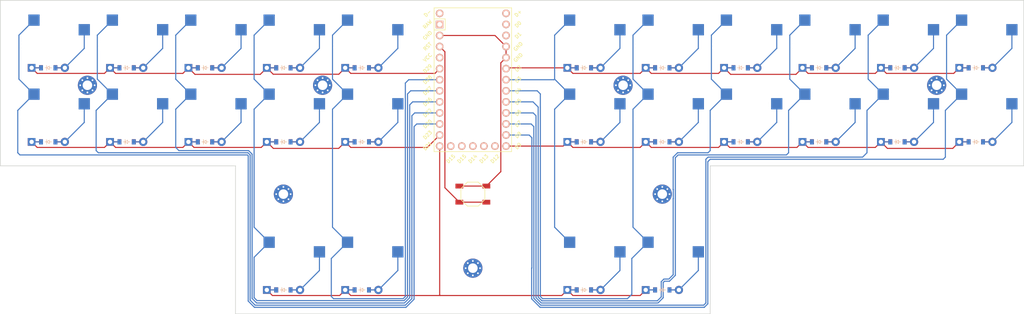
<source format=kicad_pcb>
(kicad_pcb (version 20241229) (generator "pcbnew") (generator_version "9.0")
  (title_block (title "pcb") (rev "v1.0.0") (company "Unknown"))
  (layers (0 "F.Cu" signal) (2 "B.Cu" signal) (13 "F.Paste" user) (15 "B.Paste" user) (5 "F.SilkS" user "F.Silkscreen") (7 "B.SilkS" user "B.Silkscreen") (1 "F.Mask" user) (3 "B.Mask" user) (25 "Edge.Cuts" user))
  (net 0 "")
  (net 1 "D20")
  (net 2 "pinky_lbottom")
  (net 3 "pinky_ltop")
  (net 4 "D22")
  (net 5 "ring_lbottom")
  (net 6 "ring_ltop")
  (net 7 "D26")
  (net 8 "middle_lbottom")
  (net 9 "middle_ltop")
  (net 10 "D27")
  (net 11 "index_lbottom")
  (net 12 "index_ltop")
  (net 13 "D28")
  (net 14 "inner_lbottom")
  (net 15 "inner_ltop")
  (net 16 "D3")
  (net 17 "inner_rbottom")
  (net 18 "inner_rtop")
  (net 19 "D4")
  (net 20 "index_rbottom")
  (net 21 "index_rtop")
  (net 22 "D5")
  (net 23 "middle_rbottom")
  (net 24 "middle_rtop")
  (net 25 "D6")
  (net 26 "ring_rbottom")
  (net 27 "ring_rtop")
  (net 28 "D7")
  (net 29 "pinky_rbottom")
  (net 30 "pinky_rtop")
  (net 31 "D8")
  (net 32 "outer_rbottom")
  (net 33 "outer_rtop")
  (net 34 "outer_lttop")
  (net 35 "inner_lttop")
  (net 36 "inner_rttop")
  (net 37 "outer_rttop")
  (net 38 "D23")
  (net 39 "D29")
  (net 40 "D9")
  (net 41 "D2")
  (net 42 "D21")
  (net 43 "Dm")
  (net 44 "RAW")
  (net 45 "GND")
  (net 46 "RST")
  (net 47 "VCC")
  (net 48 "D12")
  (net 49 "D13")
  (net 50 "D14")
  (net 51 "D15")
  (net 52 "D16")
  (net 53 "Dp")
  (net 54 "D0")
  (net 55 "D1")
  (footprint "E73:SW_TACT_ALPS_SKQGABE010" (layer "F.Cu") (at 197.5 117)
    (property "Reference" "B1" (hide yes))
    (property "Value" "" (hide yes))
  )
  (footprint "ComboDiode" (layer "F.Cu") (at 241 105)
    (property "Reference" "D13" (hide yes))
    (property "Value" "" (hide yes))
  )
  (footprint "ComboDiode" (layer "F.Cu") (at 241 88)
    (property "Reference" "D14" (hide yes))
    (property "Value" "" (hide yes))
  )
  (footprint "PG1350" (layer "F.Cu") (at 295 83)
    (property "Reference" "S20" (hide yes))
    (property "Value" "" (hide yes))
  )
  (footprint "PG1350" (layer "F.Cu") (at 241 83)
    (property "Reference" "S14" (hide yes))
    (property "Value" "" (hide yes))
  )
  (footprint "ComboDiode" (layer "F.Cu") (at 136 105)
    (property "Reference" "D5" (hide yes))
    (property "Value" "" (hide yes))
  )
  (footprint "ComboDiode" (layer "F.Cu") (at 172 139)
    (property "Reference" "D24" (hide yes))
    (property "Value" "" (hide yes))
  )
  (footprint "MountingHole_2.2mm_M2_Pad_Via" (layer "F.Cu") (at 154 117)
    (property "Reference" "_5" (hide yes))
    (property "Value" "")
  )
  (footprint "ComboDiode" (layer "F.Cu") (at 277 105)
    (property "Reference" "D17" (hide yes))
    (property "Value" "" (hide yes))
  )
  (footprint "PG1350" (layer "F.Cu") (at 172 100)
    (property "Reference" "S9" (hide yes))
    (property "Value" "" (hide yes))
  )
  (footprint "ComboDiode" (layer "F.Cu") (at 100 105)
    (property "Reference" "D1" (hide yes))
    (property "Value" "" (hide yes))
  )
  (footprint "PG1350" (layer "F.Cu") (at 154 83)
    (property "Reference" "S8" (hide yes))
    (property "Value" "" (hide yes))
  )
  (footprint "ComboDiode" (layer "F.Cu") (at 259 88)
    (property "Reference" "D16" (hide yes))
    (property "Value" "" (hide yes))
  )
  (footprint "ComboDiode" (layer "F.Cu") (at 313 88)
    (property "Reference" "D22" (hide yes))
    (property "Value" "" (hide yes))
  )
  (footprint "ComboDiode" (layer "F.Cu") (at 295 105)
    (property "Reference" "D19" (hide yes))
    (property "Value" "" (hide yes))
  )
  (footprint "ComboDiode" (layer "F.Cu") (at 100 88)
    (property "Reference" "D2" (hide yes))
    (property "Value" "" (hide yes))
  )
  (footprint "ComboDiode" (layer "F.Cu") (at 172 105)
    (property "Reference" "D9" (hide yes))
    (property "Value" "" (hide yes))
  )
  (footprint "ComboDiode" (layer "F.Cu") (at 295 88)
    (property "Reference" "D20" (hide yes))
    (property "Value" "" (hide yes))
  )
  (footprint "PG1350" (layer "F.Cu") (at 172 83)
    (property "Reference" "S10" (hide yes))
    (property "Value" "" (hide yes))
  )
  (footprint "ComboDiode" (layer "F.Cu") (at 118 105)
    (property "Reference" "D3" (hide yes))
    (property "Value" "" (hide yes))
  )
  (footprint "ComboDiode" (layer "F.Cu") (at 241 139)
    (property "Reference" "D26" (hide yes))
    (property "Value" "" (hide yes))
  )
  (footprint "ComboDiode" (layer "F.Cu") (at 313 105)
    (property "Reference" "D21" (hide yes))
    (property "Value" "" (hide yes))
  )
  (footprint "PG1350" (layer "F.Cu") (at 136 83)
    (property "Reference" "S6" (hide yes))
    (property "Value" "" (hide yes))
  )
  (footprint "ProMicro" (layer "F.Cu") (at 197.5 92 -90)
    (property "Reference" "MCU1" (hide yes))
    (property "Value" "" (hide yes))
  )
  (footprint "ComboDiode" (layer "F.Cu") (at 223 88)
    (property "Reference" "D12" (hide yes))
    (property "Value" "" (hide yes))
  )
  (footprint "ComboDiode" (layer "F.Cu") (at 223 105)
    (property "Reference" "D11" (hide yes))
    (property "Value" "" (hide yes))
  )
  (footprint "PG1350" (layer "F.Cu") (at 313 83)
    (property "Reference" "S22" (hide yes))
    (property "Value" "" (hide yes))
  )
  (footprint "PG1350" (layer "F.Cu") (at 118 83)
    (property "Reference" "S4" (hide yes))
    (property "Value" "" (hide yes))
  )
  (footprint "PG1350" (layer "F.Cu") (at 118 100)
    (property "Reference" "S3" (hide yes))
    (property "Value" "" (hide yes))
  )
  (footprint "ComboDiode" (layer "F.Cu") (at 259 105)
    (property "Reference" "D15" (hide yes))
    (property "Value" "" (hide yes))
  )
  (footprint "ComboDiode" (layer "F.Cu") (at 154 105)
    (property "Reference" "D7" (hide yes))
    (property "Value" "" (hide yes))
  )
  (footprint "PG1350" (layer "F.Cu") (at 154 134)
    (property "Reference" "S23" (hide yes))
    (property "Value" "" (hide yes))
  )
  (footprint "PG1350" (layer "F.Cu") (at 136 100)
    (property "Reference" "S5" (hide yes))
    (property "Value" "" (hide yes))
  )
  (footprint "PG1350" (layer "F.Cu") (at 172 134)
    (property "Reference" "S24" (hide yes))
    (property "Value" "" (hide yes))
  )
  (footprint "PG1350" (layer "F.Cu") (at 313 100)
    (property "Reference" "S21" (hide yes))
    (property "Value" "" (hide yes))
  )
  (footprint "PG1350" (layer "F.Cu") (at 100 100)
    (property "Reference" "S1" (hide yes))
    (property "Value" "" (hide yes))
  )
  (footprint "PG1350" (layer "F.Cu") (at 277 100)
    (property "Reference" "S17" (hide yes))
    (property "Value" "" (hide yes))
  )
  (footprint "PG1350" (layer "F.Cu") (at 154 100)
    (property "Reference" "S7" (hide yes))
    (property "Value" "" (hide yes))
  )
  (footprint "ComboDiode" (layer "F.Cu") (at 223 139)
    (property "Reference" "D25" (hide yes))
    (property "Value" "" (hide yes))
  )
  (footprint "MountingHole_2.2mm_M2_Pad_Via" (layer "F.Cu") (at 109 92)
    (property "Reference" "_1" (hide yes))
    (property "Value" "")
  )
  (footprint "PG1350" (layer "F.Cu") (at 223 83)
    (property "Reference" "S12" (hide yes))
    (property "Value" "" (hide yes))
  )
  (footprint "MountingHole_2.2mm_M2_Pad_Via" (layer "F.Cu") (at 241 117)
    (property "Reference" "_6" (hide yes))
    (property "Value" "")
  )
  (footprint "PG1350" (layer "F.Cu") (at 241 134)
    (property "Reference" "S26" (hide yes))
    (property "Value" "" (hide yes))
  )
  (footprint "PG1350" (layer "F.Cu") (at 295 100)
    (property "Reference" "S19" (hide yes))
    (property "Value" "" (hide yes))
  )
  (footprint "ComboDiode" (layer "F.Cu") (at 136 88)
    (property "Reference" "D6" (hide yes))
    (property "Value" "" (hide yes))
  )
  (footprint "ComboDiode" (layer "F.Cu") (at 118 88)
    (property "Reference" "D4" (hide yes))
    (property "Value" "" (hide yes))
  )
  (footprint "ComboDiode" (layer "F.Cu") (at 277 88)
    (property "Reference" "D18" (hide yes))
    (property "Value" "" (hide yes))
  )
  (footprint "PG1350" (layer "F.Cu") (at 259 100)
    (property "Reference" "S15" (hide yes))
    (property "Value" "" (hide yes))
  )
  (footprint "PG1350" (layer "F.Cu") (at 241 100)
    (property "Reference" "S13" (hide yes))
    (property "Value" "" (hide yes))
  )
  (footprint "PG1350" (layer "F.Cu") (at 277 83)
    (property "Reference" "S18" (hide yes))
    (property "Value" "" (hide yes))
  )
  (footprint "ComboDiode" (layer "F.Cu") (at 172 88)
    (property "Reference" "D10" (hide yes))
    (property "Value" "" (hide yes))
  )
  (footprint "PG1350" (layer "F.Cu") (at 259 83)
    (property "Reference" "S16" (hide yes))
    (property "Value" "" (hide yes))
  )
  (footprint "ComboDiode" (layer "F.Cu") (at 154 139)
    (property "Reference" "D23" (hide yes))
    (property "Value" "" (hide yes))
  )
  (footprint "PG1350" (layer "F.Cu") (at 223 134)
    (property "Reference" "S25" (hide yes))
    (property "Value" "" (hide yes))
  )
  (footprint "MountingHole_2.2mm_M2_Pad_Via" (layer "F.Cu") (at 304 92)
    (property "Reference" "_4" (hide yes))
    (property "Value" "")
  )
  (footprint "PG1350" (layer "F.Cu") (at 223 100)
    (property "Reference" "S11" (hide yes))
    (property "Value" "" (hide yes))
  )
  (footprint "MountingHole_2.2mm_M2_Pad_Via" (layer "F.Cu") (at 232 92)
    (property "Reference" "_3" (hide yes))
    (property "Value" "")
  )
  (footprint "PG1350" (layer "F.Cu") (at 100 83)
    (property "Reference" "S2" (hide yes))
    (property "Value" "" (hide yes))
  )
  (footprint "ComboDiode" (layer "F.Cu") (at 154 88)
    (property "Reference" "D8" (hide yes))
    (property "Value" "" (hide yes))
  )
  (footprint "MountingHole_2.2mm_M2_Pad_Via" (layer "F.Cu") (at 197.5 134)
    (property "Reference" "_7" (hide yes))
    (property "Value" "")
  )
  (footprint "MountingHole_2.2mm_M2_Pad_Via" (layer "F.Cu") (at 163 92)
    (property "Reference" "_2" (hide yes))
    (property "Value" "")
  )
  (gr_line (start 89 110.5) (end 89 72.5) (stroke (width 0.15)) (layer "Edge.Cuts"))
  (gr_line (start 324 72.5) (end 324 110.5) (stroke (width 0.15)) (layer "Edge.Cuts"))
  (gr_line (start 143 144.5) (end 143 110.5) (stroke (width 0.15)) (layer "Edge.Cuts"))
  (gr_line (start 89 72.5) (end 324 72.5) (stroke (width 0.15)) (layer "Edge.Cuts"))
  (gr_line (start 143 110.5) (end 89 110.5) (stroke (width 0.15)) (layer "Edge.Cuts"))
  (gr_line (start 252 110.5) (end 252 144.5) (stroke (width 0.15)) (layer "Edge.Cuts"))
  (gr_line (start 252 144.5) (end 143 144.5) (stroke (width 0.15)) (layer "Edge.Cuts"))
  (gr_line (start 324 110.5) (end 252 110.5) (stroke (width 0.15)) (layer "Edge.Cuts"))
  (segment (start 145.9201 108.19572) (end 145.9201 141.55791) (width 0.25) (layer "B.Cu") (net 1))
  (segment (start 96.725 94.05) (end 93.2731 90.5981) (width 0.25) (layer "B.Cu") (net 1))
  (segment (start 145.72438 108) (end 145.9201 108.19572) (width 0.25) (layer "B.Cu") (net 1))
  (segment (start 182.13781 143) (end 184 141.13781) (width 0.25) (layer "B.Cu") (net 1))
  (segment (start 93.5 108) (end 145.72438 108) (width 0.25) (layer "B.Cu") (net 1))
  (segment (start 145.9201 141.55791) (end 147.36219 143) (width 0.25) (layer "B.Cu") (net 1))
  (segment (start 96.725 94.05) (end 93 97.775) (width 0.25) (layer "B.Cu") (net 1))
  (segment (start 147.36219 143) (end 182.13781 143) (width 0.25) (layer "B.Cu") (net 1))
  (segment (start 93 107.5) (end 93.5 108) (width 0.25) (layer "B.Cu") (net 1))
  (segment (start 93 97.775) (end 93 107.5) (width 0.25) (layer "B.Cu") (net 1))
  (segment (start 93.2731 90.5981) (end 93.2731 80.5019) (width 0.25) (layer "B.Cu") (net 1))
  (segment (start 184 101.5) (end 184.61 100.89) (width 0.25) (layer "B.Cu") (net 1))
  (segment (start 184 141.13781) (end 184 101.5) (width 0.25) (layer "B.Cu") (net 1))
  (segment (start 93.2731 80.5019) (end 96.725 77.05) (width 0.25) (layer "B.Cu") (net 1))
  (segment (start 184.61 100.89) (end 189.88 100.89) (width 0.25) (layer "B.Cu") (net 1))
  (segment (start 101.65 105) (end 103.81 105) (width 0.25) (layer "F.Cu") (net 2))
  (segment (start 103.81 105) (end 108.275 100.535) (width 0.25) (layer "B.Cu") (net 2))
  (segment (start 108.275 100.535) (end 108.275 96.25) (width 0.25) (layer "B.Cu") (net 2))
  (segment (start 103.81 105) (end 101.65 105) (width 0.25) (layer "B.Cu") (net 2))
  (segment (start 101.65 88) (end 103.81 88) (width 0.25) (layer "F.Cu") (net 3))
  (segment (start 101.65 88) (end 103.81 88) (width 0.25) (layer "B.Cu") (net 3))
  (segment (start 108.275 83.535) (end 108.275 79.25) (width 0.25) (layer "B.Cu") (net 3))
  (segment (start 103.81 88) (end 108.275 83.535) (width 0.25) (layer "B.Cu") (net 3))
  (segment (start 111.2731 80.5019) (end 114.725 77.05) (width 0.25) (layer "B.Cu") (net 4))
  (segment (start 145.86219 107.5) (end 146.3711 108.00891) (width 0.25) (layer "B.Cu") (net 4))
  (segment (start 111 97.775) (end 111 107) (width 0.25) (layer "B.Cu") (net 4))
  (segment (start 111.5 107.5) (end 145.86219 107.5) (width 0.25) (layer "B.Cu") (net 4))
  (segment (start 111.2731 90.5981) (end 111.2731 80.5019) (width 0.25) (layer "B.Cu") (net 4))
  (segment (start 184.15 98.35) (end 189.88 98.35) (width 0.25) (layer "B.Cu") (net 4))
  (segment (start 114.725 94.05) (end 111 97.775) (width 0.25) (layer "B.Cu") (net 4))
  (segment (start 111 107) (end 111.5 107.5) (width 0.25) (layer "B.Cu") (net 4))
  (segment (start 182 142.5) (end 183.5 141) (width 0.25) (layer "B.Cu") (net 4))
  (segment (start 183.5 99) (end 184.15 98.35) (width 0.25) (layer "B.Cu") (net 4))
  (segment (start 114.725 94.05) (end 111.2731 90.5981) (width 0.25) (layer "B.Cu") (net 4))
  (segment (start 146.3711 141.3711) (end 147.5 142.5) (width 0.25) (layer "B.Cu") (net 4))
  (segment (start 146.3711 108.00891) (end 146.3711 141.3711) (width 0.25) (layer "B.Cu") (net 4))
  (segment (start 147.5 142.5) (end 182 142.5) (width 0.25) (layer "B.Cu") (net 4))
  (segment (start 183.5 141) (end 183.5 99) (width 0.25) (layer "B.Cu") (net 4))
  (segment (start 119.65 105) (end 121.81 105) (width 0.25) (layer "F.Cu") (net 5))
  (segment (start 126.275 100.535) (end 126.275 96.25) (width 0.25) (layer "B.Cu") (net 5))
  (segment (start 121.81 105) (end 126.275 100.535) (width 0.25) (layer "B.Cu") (net 5))
  (segment (start 121.81 105) (end 119.65 105) (width 0.25) (layer "B.Cu") (net 5))
  (segment (start 119.65 88) (end 121.81 88) (width 0.25) (layer "F.Cu") (net 6))
  (segment (start 126.275 83.535) (end 126.275 79.25) (width 0.25) (layer "B.Cu") (net 6))
  (segment (start 119.65 88) (end 121.81 88) (width 0.25) (layer "B.Cu") (net 6))
  (segment (start 121.81 88) (end 126.275 83.535) (width 0.25) (layer "B.Cu") (net 6))
  (segment (start 129.2731 97.5019) (end 132.725 94.05) (width 0.25) (layer "B.Cu") (net 7))
  (segment (start 183 96.5) (end 183 140.77562) (width 0.25) (layer "B.Cu") (net 7))
  (segment (start 183 140.77562) (end 181.77562 142) (width 0.25) (layer "B.Cu") (net 7))
  (segment (start 146.8221 140.95991) (end 146.8221 107.8221) (width 0.25) (layer "B.Cu") (net 7))
  (segment (start 129.2731 90.5981) (end 129.2731 80.5019) (width 0.25) (layer "B.Cu") (net 7))
  (segment (start 129.2731 106.2731) (end 129.2731 97.5019) (width 0.25) (layer "B.Cu") (net 7))
  (segment (start 147.86219 142) (end 146.8221 140.95991) (width 0.25) (layer "B.Cu") (net 7))
  (segment (start 129.2731 80.5019) (end 132.725 77.05) (width 0.25) (layer "B.Cu") (net 7))
  (segment (start 183.5 96) (end 183 96.5) (width 0.25) (layer "B.Cu") (net 7))
  (segment (start 132.725 94.05) (end 129.2731 90.5981) (width 0.25) (layer "B.Cu") (net 7))
  (segment (start 183.69 95.81) (end 183.5 96) (width 0.25) (layer "B.Cu") (net 7))
  (segment (start 146 107) (end 130 107) (width 0.25) (layer "B.Cu") (net 7))
  (segment (start 181.77562 142) (end 147.86219 142) (width 0.25) (layer "B.Cu") (net 7))
  (segment (start 189.88 95.81) (end 183.69 95.81) (width 0.25) (layer "B.Cu") (net 7))
  (segment (start 130 107) (end 129.2731 106.2731) (width 0.25) (layer "B.Cu") (net 7))
  (segment (start 146.8221 107.8221) (end 146 107) (width 0.25) (layer "B.Cu") (net 7))
  (segment (start 137.65 105) (end 139.81 105) (width 0.25) (layer "F.Cu") (net 8))
  (segment (start 144.275 100.535) (end 144.275 96.25) (width 0.25) (layer "B.Cu") (net 8))
  (segment (start 139.81 105) (end 137.65 105) (width 0.25) (layer "B.Cu") (net 8))
  (segment (start 139.81 105) (end 144.275 100.535) (width 0.25) (layer "B.Cu") (net 8))
  (segment (start 137.65 88) (end 139.81 88) (width 0.25) (layer "F.Cu") (net 9))
  (segment (start 137.65 88) (end 139.81 88) (width 0.25) (layer "B.Cu") (net 9))
  (segment (start 144.275 83.535) (end 144.275 79.25) (width 0.25) (layer "B.Cu") (net 9))
  (segment (start 139.81 88) (end 144.275 83.535) (width 0.25) (layer "B.Cu") (net 9))
  (segment (start 147.2731 140.7731) (end 147.951 141.451) (width 0.25) (layer "B.Cu") (net 10))
  (segment (start 181.68681 141.451) (end 182.5 140.63781) (width 0.25) (layer "B.Cu") (net 10))
  (segment (start 147.2731 97.5019) (end 150.725 94.05) (width 0.25) (layer "B.Cu") (net 10))
  (segment (start 147.2731 124.5981) (end 147.2731 97.5019) (width 0.25) (layer "B.Cu") (net 10))
  (segment (start 182.5 140.63781) (end 182.5 94) (width 0.25) (layer "B.Cu") (net 10))
  (segment (start 147.2731 80.5019) (end 150.725 77.05) (width 0.25) (layer "B.Cu") (net 10))
  (segment (start 182.5 94) (end 183.23 93.27) (width 0.25) (layer "B.Cu") (net 10))
  (segment (start 150.725 128.05) (end 147.2731 124.5981) (width 0.25) (layer "B.Cu") (net 10))
  (segment (start 183.23 93.27) (end 189.88 93.27) (width 0.25) (layer "B.Cu") (net 10))
  (segment (start 150.725 94.05) (end 147.2731 90.5981) (width 0.25) (layer "B.Cu") (net 10))
  (segment (start 147.2731 131.5019) (end 147.2731 140.7731) (width 0.25) (layer "B.Cu") (net 10))
  (segment (start 147.951 141.451) (end 181.68681 141.451) (width 0.25) (layer "B.Cu") (net 10))
  (segment (start 150.725 128.05) (end 147.2731 131.5019) (width 0.25) (layer "B.Cu") (net 10))
  (segment (start 147.2731 90.5981) (end 147.2731 80.5019) (width 0.25) (layer "B.Cu") (net 10))
  (segment (start 155.65 105) (end 157.81 105) (width 0.25) (layer "F.Cu") (net 11))
  (segment (start 157.81 105) (end 162.275 100.535) (width 0.25) (layer "B.Cu") (net 11))
  (segment (start 162.275 100.535) (end 162.275 96.25) (width 0.25) (layer "B.Cu") (net 11))
  (segment (start 157.81 105) (end 155.65 105) (width 0.25) (layer "B.Cu") (net 11))
  (segment (start 157.81 88) (end 155.65 88) (width 0.25) (layer "F.Cu") (net 12))
  (segment (start 155.65 88) (end 157.81 88) (width 0.25) (layer "B.Cu") (net 12))
  (segment (start 157.81 88) (end 162.275 83.535) (width 0.25) (layer "B.Cu") (net 12))
  (segment (start 162.275 83.535) (end 162.275 79.25) (width 0.25) (layer "B.Cu") (net 12))
  (segment (start 165.2731 90.5981) (end 165.2731 80.5019) (width 0.25) (layer "B.Cu") (net 13))
  (segment (start 168.725 128.05) (end 165.2731 124.5981) (width 0.25) (layer "B.Cu") (net 13))
  (segment (start 165 131.775) (end 165 140.5) (width 0.25) (layer "B.Cu") (net 13))
  (segment (start 182 91.5) (end 182.77 90.73) (width 0.25) (layer "B.Cu") (net 13))
  (segment (start 168.725 94.05) (end 165.2731 90.5981) (width 0.25) (layer "B.Cu") (net 13))
  (segment (start 182.77 90.73) (end 189.88 90.73) (width 0.25) (layer "B.Cu") (net 13))
  (segment (start 181.5 141) (end 182 140.5) (width 0.25) (layer "B.Cu") (net 13))
  (segment (start 165.2731 80.5019) (end 168.725 77.05) (width 0.25) (layer "B.Cu") (net 13))
  (segment (start 165 140.5) (end 165.5 141) (width 0.25) (layer "B.Cu") (net 13))
  (segment (start 168.725 128.05) (end 165 131.775) (width 0.25) (layer "B.Cu") (net 13))
  (segment (start 165.2731 97.5019) (end 168.725 94.05) (width 0.25) (layer "B.Cu") (net 13))
  (segment (start 165.5 141) (end 181.5 141) (width 0.25) (layer "B.Cu") (net 13))
  (segment (start 165.2731 124.5981) (end 165.2731 97.5019) (width 0.25) (layer "B.Cu") (net 13))
  (segment (start 182 140.5) (end 182 91.5) (width 0.25) (layer "B.Cu") (net 13))
  (segment (start 173.65 105) (end 175.81 105) (width 0.25) (layer "F.Cu") (net 14))
  (segment (start 180.275 100.535) (end 180.275 96.25) (width 0.25) (layer "B.Cu") (net 14))
  (segment (start 175.81 105) (end 180.275 100.535) (width 0.25) (layer "B.Cu") (net 14))
  (segment (start 175.81 105) (end 173.65 105) (width 0.25) (layer "B.Cu") (net 14))
  (segment (start 173.65 88) (end 175.81 88) (width 0.25) (layer "F.Cu") (net 15))
  (segment (start 180.275 83.535) (end 180.275 79.25) (width 0.25) (layer "B.Cu") (net 15))
  (segment (start 173.65 88) (end 175.81 88) (width 0.25) (layer "B.Cu") (net 15))
  (segment (start 175.81 88) (end 180.275 83.535) (width 0.25) (layer "B.Cu") (net 15))
  (segment (start 216.2731 90.5981) (end 216.2731 80.5019) (width 0.25) (layer "B.Cu") (net 16))
  (segment (start 216.2731 80.5019) (end 219.725 77.05) (width 0.25) (layer "B.Cu") (net 16))
  (segment (start 216.2731 124.5981) (end 216.2731 97.5019) (width 0.25) (layer "B.Cu") (net 16))
  (segment (start 219.725 94.05) (end 216.2731 90.5981) (width 0.25) (layer "B.Cu") (net 16))
  (segment (start 205.12 90.73) (end 216.1412 90.73) (width 0.25) (layer "B.Cu") (net 16))
  (segment (start 216.2731 97.5019) (end 219.725 94.05) (width 0.25) (layer "B.Cu") (net 16))
  (segment (start 219.725 128.05) (end 216.2731 124.5981) (width 0.25) (layer "B.Cu") (net 16))
  (segment (start 216.1412 90.73) (end 216.2731 90.5981) (width 0.25) (layer "B.Cu") (net 16))
  (segment (start 224.65 105) (end 226.81 105) (width 0.25) (layer "F.Cu") (net 17))
  (segment (start 226.81 105) (end 231.275 100.535) (width 0.25) (layer "B.Cu") (net 17))
  (segment (start 231.275 100.535) (end 231.275 96.25) (width 0.25) (layer "B.Cu") (net 17))
  (segment (start 224.65 105) (end 226.81 105) (width 0.25) (layer "B.Cu") (net 17))
  (segment (start 226.81 88) (end 224.65 88) (width 0.25) (layer "F.Cu") (net 18))
  (segment (start 226.81 88) (end 231.275 83.535) (width 0.25) (layer "B.Cu") (net 18))
  (segment (start 226.81 88) (end 224.65 88) (width 0.25) (layer "B.Cu") (net 18))
  (segment (start 231.275 83.535) (end 231.275 79.25) (width 0.25) (layer "B.Cu") (net 18))
  (segment (start 213 94) (end 212.27 93.27) (width 0.25) (layer "B.Cu") (net 19))
  (segment (start 234.2731 124.5981) (end 234.2731 97.5019) (width 0.25) (layer "B.Cu") (net 19))
  (segment (start 237.725 94.05) (end 234.2731 90.5981) (width 0.25) (layer "B.Cu") (net 19))
  (segment (start 233 141) (end 213.5 141) (width 0.25) (layer "B.Cu") (net 19))
  (segment (start 234.2731 97.5019) (end 237.725 94.05) (width 0.25) (layer "B.Cu") (net 19))
  (segment (start 213.5 141) (end 213 140.5) (width 0.25) (layer "B.Cu") (net 19))
  (segment (start 237.725 128.05) (end 234 131.775) (width 0.25) (layer "B.Cu") (net 19))
  (segment (start 234 131.775) (end 234 140) (width 0.25) (layer "B.Cu") (net 19))
  (segment (start 212.27 93.27) (end 205.12 93.27) (width 0.25) (layer "B.Cu") (net 19))
  (segment (start 213 140.5) (end 213 94) (width 0.25) (layer "B.Cu") (net 19))
  (segment (start 234 140) (end 233 141) (width 0.25) (layer "B.Cu") (net 19))
  (segment (start 234.2731 90.5981) (end 234.2731 80.5019) (width 0.25) (layer "B.Cu") (net 19))
  (segment (start 234.2731 80.5019) (end 237.725 77.05) (width 0.25) (layer "B.Cu") (net 19))
  (segment (start 237.725 128.05) (end 234.2731 124.5981) (width 0.25) (layer "B.Cu") (net 19))
  (segment (start 242.65 105) (end 244.81 105) (width 0.25) (layer "F.Cu") (net 20))
  (segment (start 242.65 105) (end 244.81 105) (width 0.25) (layer "B.Cu") (net 20))
  (segment (start 249.275 100.535) (end 249.275 96.25) (width 0.25) (layer "B.Cu") (net 20))
  (segment (start 244.81 105) (end 249.275 100.535) (width 0.25) (layer "B.Cu") (net 20))
  (segment (start 244.81 88) (end 242.65 88) (width 0.25) (layer "F.Cu") (net 21))
  (segment (start 244.81 88) (end 242.65 88) (width 0.25) (layer "B.Cu") (net 21))
  (segment (start 244.81 88) (end 249.275 83.535) (width 0.25) (layer "B.Cu") (net 21))
  (segment (start 249.275 83.535) (end 249.275 79.25) (width 0.25) (layer "B.Cu") (net 21))
  (segment (start 243.526 115.953696) (end 243.526 118.046304) (width 0.25) (layer "B.Cu") (net 22))
  (segment (start 212.5 140.63781) (end 212.5 97) (width 0.25) (layer "B.Cu") (net 22))
  (segment (start 240.761311 137.100879) (end 240.761311 140.600879) (width 0.25) (layer "B.Cu") (net 22))
  (segment (start 251.5 107.5) (end 244.5 107.5) (width 0.25) (layer "B.Cu") (net 22))
  (segment (start 242.5 136.5) (end 241.36219 136.5) (width 0.25) (layer "B.Cu") (net 22))
  (segment (start 211.31 95.81) (end 205.12 95.81) (width 0.25) (layer "B.Cu") (net 22))
  (segment (start 241.36219 136.5) (end 240.761311 137.100879) (width 0.25) (layer "B.Cu") (net 22))
  (segment (start 243.5 118.072304) (end 243.5 135.5) (width 0.25) (layer "B.Cu") (net 22))
  (segment (start 255.725 94.05) (end 252.2731 90.5981) (width 0.25) (layer "B.Cu") (net 22))
  (segment (start 252.2731 80.5019) (end 255.725 77.05) (width 0.25) (layer "B.Cu") (net 22))
  (segment (start 243.526 118.046304) (end 243.5 118.072304) (width 0.25) (layer "B.Cu") (net 22))
  (segment (start 212.5 97) (end 211.31 95.81) (width 0.25) (layer "B.Cu") (net 22))
  (segment (start 252.2731 90.5981) (end 252.2731 80.5019) (width 0.25) (layer "B.Cu") (net 22))
  (segment (start 243.5 108.5) (end 243.5 115.927696) (width 0.25) (layer "B.Cu") (net 22))
  (segment (start 213.36219 141.5) (end 212.5 140.63781) (width 0.25) (layer "B.Cu") (net 22))
  (segment (start 243.5 115.927696) (end 243.526 115.953696) (width 0.25) (layer "B.Cu") (net 22))
  (segment (start 252 107) (end 251.5 107.5) (width 0.25) (layer "B.Cu") (net 22))
  (segment (start 240.761311 140.600879) (end 239.86219 141.5) (width 0.25) (layer "B.Cu") (net 22))
  (segment (start 244.5 107.5) (end 243.5 108.5) (width 0.25) (layer "B.Cu") (net 22))
  (segment (start 255.725 94.05) (end 252 97.775) (width 0.25) (layer "B.Cu") (net 22))
  (segment (start 252 97.775) (end 252 107) (width 0.25) (layer "B.Cu") (net 22))
  (segment (start 239.86219 141.5) (end 213.36219 141.5) (width 0.25) (layer "B.Cu") (net 22))
  (segment (start 243.5 135.5) (end 242.5 136.5) (width 0.25) (layer "B.Cu") (net 22))
  (segment (start 260.65 105) (end 262.81 105) (width 0.25) (layer "F.Cu") (net 23))
  (segment (start 262.81 105) (end 267.275 100.535) (width 0.25) (layer "B.Cu") (net 23))
  (segment (start 260.65 105) (end 262.81 105) (width 0.25) (layer "B.Cu") (net 23))
  (segment (start 267.275 100.535) (end 267.275 96.25) (width 0.25) (layer "B.Cu") (net 23))
  (segment (start 262.81 88) (end 260.65 88) (width 0.25) (layer "F.Cu") (net 24))
  (segment (start 262.81 88) (end 260.65 88) (width 0.25) (layer "B.Cu") (net 24))
  (segment (start 267.275 83.535) (end 267.275 79.25) (width 0.25) (layer "B.Cu") (net 24))
  (segment (start 262.81 88) (end 267.275 83.535) (width 0.25) (layer "B.Cu") (net 24))
  (segment (start 270 107.5) (end 269.5 108) (width 0.25) (layer "B.Cu") (net 25))
  (segment (start 242.63781 137) (end 241.5 137) (width 0.25) (layer "B.Cu") (net 25))
  (segment (start 270 97.775) (end 270 107.5) (width 0.25) (layer "B.Cu") (net 25))
  (segment (start 212 99) (end 211.35 98.35) (width 0.25) (layer "B.Cu") (net 25))
  (segment (start 212 140.77562) (end 212 99) (width 0.25) (layer "B.Cu") (net 25))
  (segment (start 241.212311 140.787689) (end 240 142) (width 0.25) (layer "B.Cu") (net 25))
  (segment (start 269.5 108) (end 244.63781 108) (width 0.25) (layer "B.Cu") (net 25))
  (segment (start 241.5 137) (end 241.212311 137.287689) (width 0.25) (layer "B.Cu") (net 25))
  (segment (start 270.2731 90.5981) (end 270.2731 80.5019) (width 0.25) (layer "B.Cu") (net 25))
  (segment (start 213.22438 142) (end 212 140.77562) (width 0.25) (layer "B.Cu") (net 25))
  (segment (start 241.212311 137.287689) (end 241.212311 140.787689) (width 0.25) (layer "B.Cu") (net 25))
  (segment (start 273.725 94.05) (end 270.2731 90.5981) (width 0.25) (layer "B.Cu") (net 25))
  (segment (start 273.725 94.05) (end 270 97.775) (width 0.25) (layer "B.Cu") (net 25))
  (segment (start 270.2731 80.5019) (end 273.725 77.05) (width 0.25) (layer "B.Cu") (net 25))
  (segment (start 244.63781 108) (end 244 108.63781) (width 0.25) (layer "B.Cu") (net 25))
  (segment (start 244 108.63781) (end 244 135.63781) (width 0.25) (layer "B.Cu") (net 25))
  (segment (start 211.35 98.35) (end 205.12 98.35) (width 0.25) (layer "B.Cu") (net 25))
  (segment (start 244 135.63781) (end 242.63781 137) (width 0.25) (layer "B.Cu") (net 25))
  (segment (start 240 142) (end 213.22438 142) (width 0.25) (layer "B.Cu") (net 25))
  (segment (start 278.65 105) (end 280.81 105) (width 0.25) (layer "F.Cu") (net 26))
  (segment (start 285.275 100.535) (end 285.275 96.25) (width 0.25) (layer "B.Cu") (net 26))
  (segment (start 280.81 105) (end 285.275 100.535) (width 0.25) (layer "B.Cu") (net 26))
  (segment (start 278.65 105) (end 280.81 105) (width 0.25) (layer "B.Cu") (net 26))
  (segment (start 280.81 88) (end 278.65 88) (width 0.25) (layer "F.Cu") (net 27))
  (segment (start 280.81 88) (end 278.65 88) (width 0.25) (layer "B.Cu") (net 27))
  (segment (start 280.81 88) (end 285.275 83.535) (width 0.25) (layer "B.Cu") (net 27))
  (segment (start 285.275 83.535) (end 285.275 79.25) (width 0.25) (layer "B.Cu") (net 27))
  (segment (start 291.725 94.05) (end 288.2731 90.5981) (width 0.25) (layer "B.Cu") (net 28))
  (segment (start 251 142) (end 250.5 142.5) (width 0.25) (layer "B.Cu") (net 28))
  (segment (start 291.725 94.05) (end 288 97.775) (width 0.25) (layer "B.Cu") (net 28))
  (segment (start 250.5 142.5) (end 213.08657 142.5) (width 0.25) (layer "B.Cu") (net 28))
  (segment (start 210.89 100.89) (end 205.12 100.89) (width 0.25) (layer "B.Cu") (net 28))
  (segment (start 213.08657 142.5) (end 211.5 140.91343) (width 0.25) (layer "B.Cu") (net 28))
  (segment (start 288.2731 80.5019) (end 291.725 77.05) (width 0.25) (layer "B.Cu") (net 28))
  (segment (start 288 97.775) (end 288 107.5) (width 0.25) (layer "B.Cu") (net 28))
  (segment (start 288 107.5) (end 287 108.5) (width 0.25) (layer "B.Cu") (net 28))
  (segment (start 288.2731 90.5981) (end 288.2731 80.5019) (width 0.25) (layer "B.Cu") (net 28))
  (segment (start 287 108.5) (end 251.5 108.5) (width 0.25) (layer "B.Cu") (net 28))
  (segment (start 251.5 108.5) (end 251 109) (width 0.25) (layer "B.Cu") (net 28))
  (segment (start 211.5 101.5) (end 210.89 100.89) (width 0.25) (layer "B.Cu") (net 28))
  (segment (start 251 109) (end 251 142) (width 0.25) (layer "B.Cu") (net 28))
  (segment (start 211.5 140.91343) (end 211.5 101.5) (width 0.25) (layer "B.Cu") (net 28))
  (segment (start 296.65 105) (end 298.81 105) (width 0.25) (layer "F.Cu") (net 29))
  (segment (start 296.65 105) (end 298.81 105) (width 0.25) (layer "B.Cu") (net 29))
  (segment (start 303.275 100.535) (end 303.275 96.25) (width 0.25) (layer "B.Cu") (net 29))
  (segment (start 298.81 105) (end 303.275 100.535) (width 0.25) (layer "B.Cu") (net 29))
  (segment (start 296.65 88) (end 298.81 88) (width 0.25) (layer "F.Cu") (net 30))
  (segment (start 298.81 88) (end 296.65 88) (width 0.25) (layer "B.Cu") (net 30))
  (segment (start 298.81 88) (end 303.275 83.535) (width 0.25) (layer "B.Cu") (net 30))
  (segment (start 303.275 83.535) (end 303.275 79.25) (width 0.25) (layer "B.Cu") (net 30))
  (segment (start 306.2731 80.5019) (end 309.725 77.05) (width 0.25) (layer "B.Cu") (net 31))
  (segment (start 251.451 142.18681) (end 250.63781 143) (width 0.25) (layer "B.Cu") (net 31))
  (segment (start 309.725 94.05) (end 306 97.775) (width 0.25) (layer "B.Cu") (net 31))
  (segment (start 211.049 133.951) (end 211.049 104.049) (width 0.25) (layer "B.Cu") (net 31))
  (segment (start 305.5 109) (end 252 109) (width 0.25) (layer "B.Cu") (net 31))
  (segment (start 306.2731 90.5981) (end 306.2731 80.5019) (width 0.25) (layer "B.Cu") (net 31))
  (segment (start 211.049 104.049) (end 210.43 103.43) (width 0.25) (layer "B.Cu") (net 31))
  (segment (start 252 109) (end 251.451 109.549) (width 0.25) (layer "B.Cu") (net 31))
  (segment (start 309.725 94.05) (end 306.2731 90.5981) (width 0.25) (layer "B.Cu") (net 31))
  (segment (start 211 134) (end 211.049 133.951) (width 0.25) (layer "B.Cu") (net 31))
  (segment (start 210.43 103.43) (end 205.12 103.43) (width 0.25) (layer "B.Cu") (net 31))
  (segment (start 250.63781 143) (end 212.94876 143) (width 0.25) (layer "B.Cu") (net 31))
  (segment (start 306 97.775) (end 306 108.5) (width 0.25) (layer "B.Cu") (net 31))
  (segment (start 211 141.05124) (end 211 134) (width 0.25) (layer "B.Cu") (net 31))
  (segment (start 251.451 109.549) (end 251.451 142.18681) (width 0.25) (layer "B.Cu") (net 31))
  (segment (start 212.94876 143) (end 211 141.05124) (width 0.25) (layer "B.Cu") (net 31))
  (segment (start 306 108.5) (end 305.5 109) (width 0.25) (layer "B.Cu") (net 31))
  (segment (start 314.65 105) (end 316.81 105) (width 0.25) (layer "F.Cu") (net 32))
  (segment (start 314.65 105) (end 316.81 105) (width 0.25) (layer "B.Cu") (net 32))
  (segment (start 316.81 105) (end 321.275 100.535) (width 0.25) (layer "B.Cu") (net 32))
  (segment (start 321.275 100.535) (end 321.275 96.25) (width 0.25) (layer "B.Cu") (net 32))
  (segment (start 316.81 88) (end 314.65 88) (width 0.25) (layer "F.Cu") (net 33))
  (segment (start 316.81 88) (end 321.275 83.535) (width 0.25) (layer "B.Cu") (net 33))
  (segment (start 321.275 83.535) (end 321.275 79.25) (width 0.25) (layer "B.Cu") (net 33))
  (segment (start 316.81 88) (end 314.65 88) (width 0.25) (layer "B.Cu") (net 33))
  (segment (start 155.65 139) (end 157.81 139) (width 0.25) (layer "F.Cu") (net 34))
  (segment (start 157.81 139) (end 162.275 134.535) (width 0.25) (layer "B.Cu") (net 34))
  (segment (start 162.275 134.535) (end 162.275 130.25) (width 0.25) (layer "B.Cu") (net 34))
  (segment (start 155.65 139) (end 157.81 139) (width 0.25) (layer "B.Cu") (net 34))
  (segment (start 173.65 139) (end 175.81 139) (width 0.25) (layer "F.Cu") (net 35))
  (segment (start 173.65 139) (end 175.81 139) (width 0.25) (layer "B.Cu") (net 35))
  (segment (start 175.81 139) (end 180.275 134.535) (width 0.25) (layer "B.Cu") (net 35))
  (segment (start 180.275 134.535) (end 180.275 130.25) (width 0.25) (layer "B.Cu") (net 35))
  (segment (start 224.65 139) (end 226.81 139) (width 0.25) (layer "F.Cu") (net 36))
  (segment (start 231.275 134.535) (end 231.275 130.25) (width 0.25) (layer "B.Cu") (net 36))
  (segment (start 226.81 139) (end 231.275 134.535) (width 0.25) (layer "B.Cu") (net 36))
  (segment (start 224.65 139) (end 226.81 139) (width 0.25) (layer "B.Cu") (net 36))
  (segment (start 242.65 139) (end 244.81 139) (width 0.25) (layer "F.Cu") (net 37))
  (segment (start 244.81 139) (end 249.275 134.535) (width 0.25) (layer "B.Cu") (net 37))
  (segment (start 249.275 134.535) (end 249.275 130.25) (width 0.25) (layer "B.Cu") (net 37))
  (segment (start 242.65 139) (end 244.81 139) (width 0.25) (layer "B.Cu") (net 37))
  (segment (start 150.19 105) (end 152.35 105) (width 0.25) (layer "F.Cu") (net 38))
  (segment (start 96.19 105) (end 97.4685 106.2785) (width 0.25) (layer "F.Cu") (net 38))
  (segment (start 169.4685 106.2785) (end 187.0315 106.2785) (width 0.25) (layer "F.Cu") (net 38))
  (segment (start 151.69 106.5) (end 166.69 106.5) (width 0.25) (layer "F.Cu") (net 38))
  (segment (start 168.19 105) (end 170.35 105) (width 0.25) (layer "F.Cu") (net 38))
  (segment (start 130.9115 106.2785) (end 132.19 105) (width 0.25) (layer "F.Cu") (net 38))
  (segment (start 132.19 105) (end 133.4685 106.2785) (width 0.25) (layer "F.Cu") (net 38))
  (segment (start 187.0315 106.2785) (end 189.88 103.43) (width 0.25) (layer "F.Cu") (net 38))
  (segment (start 148.9115 106.2785) (end 150.19 105) (width 0.25) (layer "F.Cu") (net 38))
  (segment (start 114.19 105) (end 116.35 105) (width 0.25) (layer "F.Cu") (net 38))
  (segment (start 112.9115 106.2785) (end 114.19 105) (width 0.25) (layer "F.Cu") (net 38))
  (segment (start 115.4685 106.2785) (end 130.9115 106.2785) (width 0.25) (layer "F.Cu") (net 38))
  (segment (start 97.4685 106.2785) (end 112.9115 106.2785) (width 0.25) (layer "F.Cu") (net 38))
  (segment (start 168.19 105) (end 169.4685 106.2785) (width 0.25) (layer "F.Cu") (net 38))
  (segment (start 96.19 105) (end 98.35 105) (width 0.25) (layer "F.Cu") (net 38))
  (segment (start 150.19 105) (end 151.69 106.5) (width 0.25) (layer "F.Cu") (net 38))
  (segment (start 133.4685 106.2785) (end 148.9115 106.2785) (width 0.25) (layer "F.Cu") (net 38))
  (segment (start 132.19 105) (end 134.35 105) (width 0.25) (layer "F.Cu") (net 38))
  (segment (start 166.69 106.5) (end 168.19 105) (width 0.25) (layer "F.Cu") (net 38))
  (segment (start 114.19 105) (end 115.4685 106.2785) (width 0.25) (layer "F.Cu") (net 38))
  (segment (start 116.35 105) (end 114.19 105) (width 0.25) (layer "B.Cu") (net 38))
  (segment (start 134.35 105) (end 132.19 105) (width 0.25) (layer "B.Cu") (net 38))
  (segment (start 98.35 105) (end 96.19 105) (width 0.25) (layer "B.Cu") (net 38))
  (segment (start 170.35 105) (end 168.19 105) (width 0.25) (layer "B.Cu") (net 38))
  (segment (start 152.35 105) (end 150.19 105) (width 0.25) (layer "B.Cu") (net 38))
  (segment (start 132.19 88) (end 133.69 89.5) (width 0.25) (layer "F.Cu") (net 39))
  (segment (start 168.19 88) (end 170.35 88) (width 0.25) (layer "F.Cu") (net 39))
  (segment (start 114.19 88) (end 116.35 88) (width 0.25) (layer "F.Cu") (net 39))
  (segment (start 152.35 88) (end 150.19 88) (width 0.25) (layer "F.Cu") (net 39))
  (segment (start 133.69 89.5) (end 148.69 89.5) (width 0.25) (layer "F.Cu") (net 39))
  (segment (start 130.9115 89.2785) (end 132.19 88) (width 0.25) (layer "F.Cu") (net 39))
  (segment (start 96.19 88) (end 98.35 88) (width 0.25) (layer "F.Cu") (net 39))
  (segment (start 150.19 88) (end 151.664 89.474) (width 0.25) (layer "F.Cu") (net 39))
  (segment (start 169.4685 89.2785) (end 188.7915 89.2785) (width 0.25) (layer "F.Cu") (net 39))
  (segment (start 114.19 88) (end 115.4685 89.2785) (width 0.25) (layer "F.Cu") (net 39))
  (segment (start 168.19 88) (end 169.4685 89.2785) (width 0.25) (layer "F.Cu") (net 39))
  (segment (start 188.7915 89.2785) (end 189.88 88.19) (width 0.25) (layer "F.Cu") (net 39))
  (segment (start 96.19 88) (end 97.4685 89.2785) (width 0.25) (layer "F.Cu") (net 39))
  (segment (start 97.4685 89.2785) (end 112.9115 89.2785) (width 0.25) (layer "F.Cu") (net 39))
  (segment (start 115.4685 89.2785) (end 130.9115 89.2785) (width 0.25) (layer "F.Cu") (net 39))
  (segment (start 148.69 89.5) (end 150.19 88) (width 0.25) (layer "F.Cu") (net 39))
  (segment (start 151.664 89.474) (end 166.716 89.474) (width 0.25) (layer "F.Cu") (net 39))
  (segment (start 112.9115 89.2785) (end 114.19 88) (width 0.25) (layer "F.Cu") (net 39))
  (segment (start 132.19 88) (end 134.35 88) (width 0.25) (layer "F.Cu") (net 39))
  (segment (start 166.716 89.474) (end 168.19 88) (width 0.25) (layer "F.Cu") (net 39))
  (segment (start 168.19 88) (end 170.35 88) (width 0.25) (layer "B.Cu") (net 39))
  (segment (start 132.19 88) (end 134.35 88) (width 0.25) (layer "B.Cu") (net 39))
  (segment (start 114.19 88) (end 116.35 88) (width 0.25) (layer "B.Cu") (net 39))
  (segment (start 150.19 88) (end 152.35 88) (width 0.25) (layer "B.Cu") (net 39))
  (segment (start 96.19 88) (end 98.35 88) (width 0.25) (layer "B.Cu") (net 39))
  (segment (start 307.69 106.5) (end 309.19 105) (width 0.25) (layer "F.Cu") (net 40))
  (segment (start 238.4685 106.2785) (end 253.9115 106.2785) (width 0.25) (layer "F.Cu") (net 40))
  (segment (start 291.19 105) (end 293.35 105) (width 0.25) (layer "F.Cu") (net 40))
  (segment (start 291.19 105) (end 292.69 106.5) (width 0.25) (layer "F.Cu") (net 40))
  (segment (start 219.19 105) (end 220.4685 106.2785) (width 0.25) (layer "F.Cu") (net 40))
  (segment (start 273.19 105) (end 275.35 105) (width 0.25) (layer "F.Cu") (net 40))
  (segment (start 205.12 105.97) (end 218.22 105.97) (width 0.25) (layer "F.Cu") (net 40))
  (segment (start 220.4685 106.2785) (end 235.9115 106.2785) (width 0.25) (layer "F.Cu") (net 40))
  (segment (start 309.19 105) (end 311.35 105) (width 0.25) (layer "F.Cu") (net 40))
  (segment (start 271.9115 106.2785) (end 273.19 105) (width 0.25) (layer "F.Cu") (net 40))
  (segment (start 255.19 105) (end 256.4685 106.2785) (width 0.25) (layer "F.Cu") (net 40))
  (segment (start 237.19 105) (end 238.4685 106.2785) (width 0.25) (layer "F.Cu") (net 40))
  (segment (start 273.19 105) (end 274.4685 106.2785) (width 0.25) (layer "F.Cu") (net 40))
  (segment (start 237.19 105) (end 239.35 105) (width 0.25) (layer "F.Cu") (net 40))
  (segment (start 218.22 105.97) (end 219.19 105) (width 0.25) (layer "F.Cu") (net 40))
  (segment (start 255.19 105) (end 257.35 105) (width 0.25) (layer "F.Cu") (net 40))
  (segment (start 289.9115 106.2785) (end 291.19 105) (width 0.25) (layer "F.Cu") (net 40))
  (segment (start 219.19 105) (end 221.35 105) (width 0.25) (layer "F.Cu") (net 40))
  (segment (start 235.9115 106.2785) (end 237.19 105) (width 0.25) (layer "F.Cu") (net 40))
  (segment (start 274.4685 106.2785) (end 289.9115 106.2785) (width 0.25) (layer "F.Cu") (net 40))
  (segment (start 253.9115 106.2785) (end 255.19 105) (width 0.25) (layer "F.Cu") (net 40))
  (segment (start 256.4685 106.2785) (end 271.9115 106.2785) (width 0.25) (layer "F.Cu") (net 40))
  (segment (start 292.69 106.5) (end 307.69 106.5) (width 0.25) (layer "F.Cu") (net 40))
  (segment (start 219.19 105) (end 221.35 105) (width 0.25) (layer "B.Cu") (net 40))
  (segment (start 309.19 105) (end 311.35 105) (width 0.25) (layer "B.Cu") (net 40))
  (segment (start 255.19 105) (end 257.35 105) (width 0.25) (layer "B.Cu") (net 40))
  (segment (start 273.19 105) (end 275.35 105) (width 0.25) (layer "B.Cu") (net 40))
  (segment (start 291.19 105) (end 293.35 105) (width 0.25) (layer "B.Cu") (net 40))
  (segment (start 237.19 105) (end 239.35 105) (width 0.25) (layer "B.Cu") (net 40))
  (segment (start 293.35 88) (end 291.19 88) (width 0.25) (layer "F.Cu") (net 41))
  (segment (start 235.9115 89.2785) (end 237.19 88) (width 0.25) (layer "F.Cu") (net 41))
  (segment (start 219.19 88) (end 220.4685 89.2785) (width 0.25) (layer "F.Cu") (net 41))
  (segment (start 238.4685 89.2785) (end 253.9115 89.2785) (width 0.25) (layer "F.Cu") (net 41))
  (segment (start 275.35 88) (end 273.19 88) (width 0.25) (layer "F.Cu") (net 41))
  (segment (start 220.4685 89.2785) (end 235.9115 89.2785) (width 0.25) (layer "F.Cu") (net 41))
  (segment (start 237.19 88) (end 238.4685 89.2785) (width 0.25) (layer "F.Cu") (net 41))
  (segment (start 256.69 89.5) (end 271.69 89.5) (width 0.25) (layer "F.Cu") (net 41))
  (segment (start 292.4685 89.2785) (end 307.9115 89.2785) (width 0.25) (layer "F.Cu") (net 41))
  (segment (start 253.9115 89.2785) (end 255.19 88) (width 0.25) (layer "F.Cu") (net 41))
  (segment (start 257.35 88) (end 255.19 88) (width 0.25) (layer "F.Cu") (net 41))
  (segment (start 274.4685 89.2785) (end 289.9115 89.2785) (width 0.25) (layer "F.Cu") (net 41))
  (segment (start 273.19 88) (end 274.4685 89.2785) (width 0.25) (layer "F.Cu") (net 41))
  (segment (start 205.31 88) (end 205.12 88.19) (width 0.25) (layer "F.Cu") (net 41))
  (segment (start 289.9115 89.2785) (end 291.19 88) (width 0.25) (layer "F.Cu") (net 41))
  (segment (start 255.19 88) (end 256.69 89.5) (width 0.25) (layer "F.Cu") (net 41))
  (segment (start 271.69 89.5) (end 273.19 88) (width 0.25) (layer "F.Cu") (net 41))
  (segment (start 311.35 88) (end 309.19 88) (width 0.25) (layer "F.Cu") (net 41))
  (segment (start 221.35 88) (end 219.19 88) (width 0.25) (layer "F.Cu") (net 41))
  (segment (start 307.9115 89.2785) (end 309.19 88) (width 0.25) (layer "F.Cu") (net 41))
  (segment (start 291.19 88) (end 292.4685 89.2785) (width 0.25) (layer "F.Cu") (net 41))
  (segment (start 219.19 88) (end 205.31 88) (width 0.25) (layer "F.Cu") (net 41))
  (segment (start 239.35 88) (end 237.19 88) (width 0.25) (layer "F.Cu") (net 41))
  (segment (start 311.35 88) (end 309.19 88) (width 0.25) (layer "B.Cu") (net 41))
  (segment (start 257.35 88) (end 255.19 88) (width 0.25) (layer "B.Cu") (net 41))
  (segment (start 275.35 88) (end 273.19 88) (width 0.25) (layer "B.Cu") (net 41))
  (segment (start 293.35 88) (end 291.19 88) (width 0.25) (layer "B.Cu") (net 41))
  (segment (start 221.35 88) (end 219.19 88) (width 0.25) (layer "B.Cu") (net 41))
  (segment (start 239.35 88) (end 237.19 88) (width 0.25) (layer "B.Cu") (net 41))
  (segment (start 168.19 139) (end 169.4685 140.2785) (width 0.25) (layer "F.Cu") (net 42))
  (segment (start 217.9115 140.2785) (end 219.19 139) (width 0.25) (layer "F.Cu") (net 42))
  (segment (start 219.19 139) (end 220.4685 140.2785) (width 0.25) (layer "F.Cu") (net 42))
  (segment (start 150.19 139) (end 152.35 139) (width 0.25) (layer "F.Cu") (net 42))
  (segment (start 189.88 105.97) (end 189.88 140.1585) (width 0.25) (layer "F.Cu") (net 42))
  (segment (start 219.19 139) (end 221.35 139) (width 0.25) (layer "F.Cu") (net 42))
  (segment (start 190 140.2785) (end 217.9115 140.2785) (width 0.25) (layer "F.Cu") (net 42))
  (segment (start 168.19 139) (end 170.35 139) (width 0.25) (layer "F.Cu") (net 42))
  (segment (start 150.19 139) (end 151.4685 140.2785) (width 0.25) (layer "F.Cu") (net 42))
  (segment (start 235.9115 140.2785) (end 237.19 139) (width 0.25) (layer "F.Cu") (net 42))
  (segment (start 220.4685 140.2785) (end 235.9115 140.2785) (width 0.25) (layer "F.Cu") (net 42))
  (segment (start 189.88 140.1585) (end 190 140.2785) (width 0.25) (layer "F.Cu") (net 42))
  (segment (start 237.19 139) (end 239.35 139) (width 0.25) (layer "F.Cu") (net 42))
  (segment (start 166.9115 140.2785) (end 168.19 139) (width 0.25) (layer "F.Cu") (net 42))
  (segment (start 169.4685 140.2785) (end 190 140.2785) (width 0.25) (layer "F.Cu") (net 42))
  (segment (start 151.4685 140.2785) (end 166.9115 140.2785) (width 0.25) (layer "F.Cu") (net 42))
  (segment (start 150.19 139) (end 152.35 139) (width 0.25) (layer "B.Cu") (net 42))
  (segment (start 168.19 139) (end 170.35 139) (width 0.25) (layer "B.Cu") (net 42))
  (segment (start 219.19 139) (end 221.35 139) (width 0.25) (layer "B.Cu") (net 42))
  (segment (start 237.19 139) (end 239.35 139) (width 0.25) (layer "B.Cu") (net 42))
  (segment (start 202.58 80.57) (end 205.12 83.11) (width 0.25) (layer "F.Cu") (net 45))
  (segment (start 205.12 85.65) (end 205.12 83.11) (width 0.25) (layer "F.Cu") (net 45))
  (segment (start 189.88 80.57) (end 202.58 80.57) (width 0.25) (layer "F.Cu") (net 45))
  (segment (start 194.4 115.15) (end 200.6 115.15) (width 0.25) (layer "F.Cu") (net 45))
  (segment (start 203.9177 111.8323) (end 203.9177 86.8523) (width 0.25) (layer "F.Cu") (net 45))
  (segment (start 203.9177 86.8523) (end 205.12 85.65) (width 0.25) (layer "F.Cu") (net 45))
  (segment (start 200.6 115.15) (end 203.9177 111.8323) (width 0.25) (layer "F.Cu") (net 45))
  (segment (start 194.4 118.85) (end 200.6 118.85) (width 0.25) (layer "F.Cu") (net 46))
  (segment (start 191.0823 84.3123) (end 189.88 83.11) (width 0.25) (layer "F.Cu") (net 46))
  (segment (start 191.0823 115.5323) (end 191.0823 84.3123) (width 0.25) (layer "F.Cu") (net 46))
  (segment (start 194.4 118.85) (end 191.0823 115.5323) (width 0.25) (layer "F.Cu") (net 46))
)
</source>
